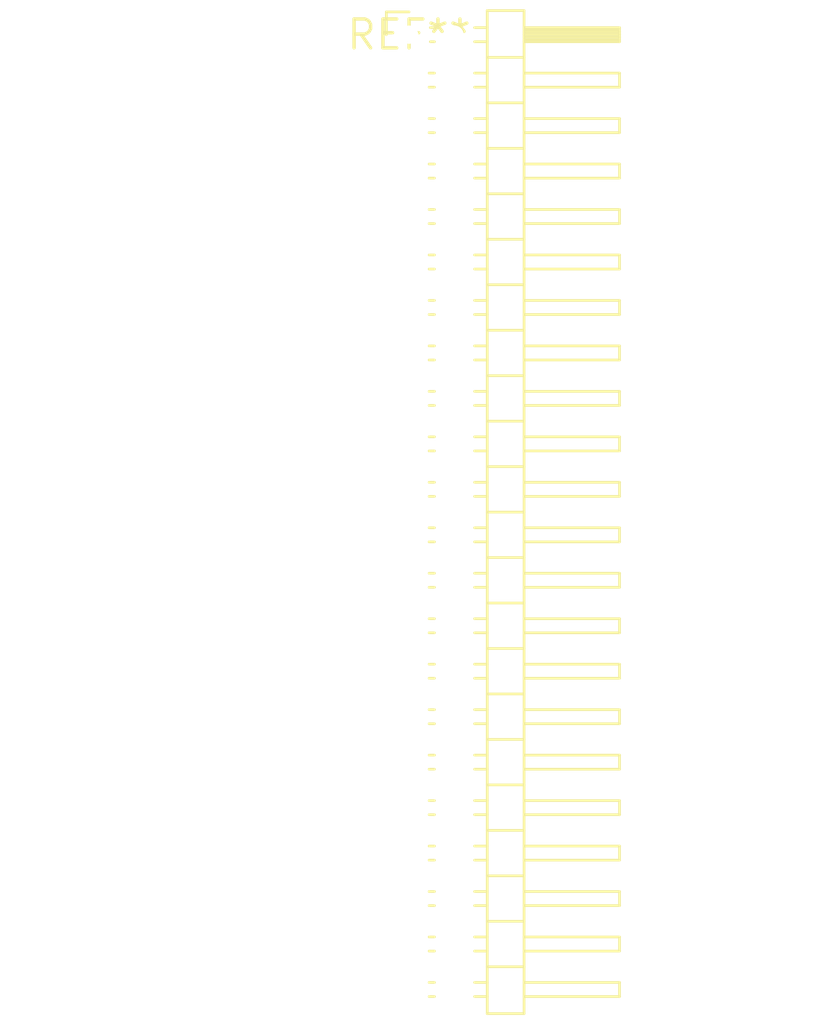
<source format=kicad_pcb>
(kicad_pcb (version 20240108) (generator pcbnew)
  (layers (0 "F.Cu" signal) (31 "B.Cu" signal) (34 "B.Paste" user) (35 "F.Paste" user) (36 "B.SilkS" user "B.Silkscreen") (37 "F.SilkS" user "F.Silkscreen") (38 "B.Mask" user) (39 "F.Mask" user) (44 "Edge.Cuts" user))
  (net 0 "")
  (footprint "PinHeader_2x22_P2.00mm_Horizontal" (layer "F.Cu") (at 0 0)
    (property "Reference" "REF**")
    (property "Value" "PinHeader_2x22_P2.00mm_Horizontal")
    (fp_line (start -1 -1) (end 0 -1) (layer "F.SilkS") (stroke (width 0.12)))
    (fp_line (start -1 0) (end -1 -1) (layer "F.SilkS") (stroke (width 0.12)))
    (fp_line (start 0.882114 1.69) (end 1.117886 1.69) (layer "F.SilkS") (stroke (width 0.12)))
    (fp_line (start 0.882114 2.31) (end 1.117886 2.31) (layer "F.SilkS") (stroke (width 0.12)))
    (fp_line (start 0.882114 3.69) (end 1.117886 3.69) (layer "F.SilkS") (stroke (width 0.12)))
    (fp_line (start 0.882114 4.31) (end 1.117886 4.31) (layer "F.SilkS") (stroke (width 0.12)))
    (fp_line (start 0.882114 5.69) (end 1.117886 5.69) (layer "F.SilkS") (stroke (width 0.12)))
    (fp_line (start 0.882114 6.31) (end 1.117886 6.31) (layer "F.SilkS") (stroke (width 0.12)))
    (fp_line (start 0.882114 7.69) (end 1.117886 7.69) (layer "F.SilkS") (stroke (width 0.12)))
    (fp_line (start 0.882114 8.31) (end 1.117886 8.31) (layer "F.SilkS") (stroke (width 0.12)))
    (fp_line (start 0.882114 9.69) (end 1.117886 9.69) (layer "F.SilkS") (stroke (width 0.12)))
    (fp_line (start 0.882114 10.31) (end 1.117886 10.31) (layer "F.SilkS") (stroke (width 0.12)))
    (fp_line (start 0.882114 11.69) (end 1.117886 11.69) (layer "F.SilkS") (stroke (width 0.12)))
    (fp_line (start 0.882114 12.31) (end 1.117886 12.31) (layer "F.SilkS") (stroke (width 0.12)))
    (fp_line (start 0.882114 13.69) (end 1.117886 13.69) (layer "F.SilkS") (stroke (width 0.12)))
    (fp_line (start 0.882114 14.31) (end 1.117886 14.31) (layer "F.SilkS") (stroke (width 0.12)))
    (fp_line (start 0.882114 15.69) (end 1.117886 15.69) (layer "F.SilkS") (stroke (width 0.12)))
    (fp_line (start 0.882114 16.31) (end 1.117886 16.31) (layer "F.SilkS") (stroke (width 0.12)))
    (fp_line (start 0.882114 17.69) (end 1.117886 17.69) (layer "F.SilkS") (stroke (width 0.12)))
    (fp_line (start 0.882114 18.31) (end 1.117886 18.31) (layer "F.SilkS") (stroke (width 0.12)))
    (fp_line (start 0.882114 19.69) (end 1.117886 19.69) (layer "F.SilkS") (stroke (width 0.12)))
    (fp_line (start 0.882114 20.31) (end 1.117886 20.31) (layer "F.SilkS") (stroke (width 0.12)))
    (fp_line (start 0.882114 21.69) (end 1.117886 21.69) (layer "F.SilkS") (stroke (width 0.12)))
    (fp_line (start 0.882114 22.31) (end 1.117886 22.31) (layer "F.SilkS") (stroke (width 0.12)))
    (fp_line (start 0.882114 23.69) (end 1.117886 23.69) (layer "F.SilkS") (stroke (width 0.12)))
    (fp_line (start 0.882114 24.31) (end 1.117886 24.31) (layer "F.SilkS") (stroke (width 0.12)))
    (fp_line (start 0.882114 25.69) (end 1.117886 25.69) (layer "F.SilkS") (stroke (width 0.12)))
    (fp_line (start 0.882114 26.31) (end 1.117886 26.31) (layer "F.SilkS") (stroke (width 0.12)))
    (fp_line (start 0.882114 27.69) (end 1.117886 27.69) (layer "F.SilkS") (stroke (width 0.12)))
    (fp_line (start 0.882114 28.31) (end 1.117886 28.31) (layer "F.SilkS") (stroke (width 0.12)))
    (fp_line (start 0.882114 29.69) (end 1.117886 29.69) (layer "F.SilkS") (stroke (width 0.12)))
    (fp_line (start 0.882114 30.31) (end 1.117886 30.31) (layer "F.SilkS") (stroke (width 0.12)))
    (fp_line (start 0.882114 31.69) (end 1.117886 31.69) (layer "F.SilkS") (stroke (width 0.12)))
    (fp_line (start 0.882114 32.31) (end 1.117886 32.31) (layer "F.SilkS") (stroke (width 0.12)))
    (fp_line (start 0.882114 33.69) (end 1.117886 33.69) (layer "F.SilkS") (stroke (width 0.12)))
    (fp_line (start 0.882114 34.31) (end 1.117886 34.31) (layer "F.SilkS") (stroke (width 0.12)))
    (fp_line (start 0.882114 35.69) (end 1.117886 35.69) (layer "F.SilkS") (stroke (width 0.12)))
    (fp_line (start 0.882114 36.31) (end 1.117886 36.31) (layer "F.SilkS") (stroke (width 0.12)))
    (fp_line (start 0.882114 37.69) (end 1.117886 37.69) (layer "F.SilkS") (stroke (width 0.12)))
    (fp_line (start 0.882114 38.31) (end 1.117886 38.31) (layer "F.SilkS") (stroke (width 0.12)))
    (fp_line (start 0.882114 39.69) (end 1.117886 39.69) (layer "F.SilkS") (stroke (width 0.12)))
    (fp_line (start 0.882114 40.31) (end 1.117886 40.31) (layer "F.SilkS") (stroke (width 0.12)))
    (fp_line (start 0.882114 41.69) (end 1.117886 41.69) (layer "F.SilkS") (stroke (width 0.12)))
    (fp_line (start 0.882114 42.31) (end 1.117886 42.31) (layer "F.SilkS") (stroke (width 0.12)))
    (fp_line (start 0.935 -0.31) (end 1.117886 -0.31) (layer "F.SilkS") (stroke (width 0.12)))
    (fp_line (start 0.935 0.31) (end 1.117886 0.31) (layer "F.SilkS") (stroke (width 0.12)))
    (fp_line (start 2.882114 -0.31) (end 3.44 -0.31) (layer "F.SilkS") (stroke (width 0.12)))
    (fp_line (start 2.882114 0.31) (end 3.44 0.31) (layer "F.SilkS") (stroke (width 0.12)))
    (fp_line (start 2.882114 1.69) (end 3.44 1.69) (layer "F.SilkS") (stroke (width 0.12)))
    (fp_line (start 2.882114 2.31) (end 3.44 2.31) (layer "F.SilkS") (stroke (width 0.12)))
    (fp_line (start 2.882114 3.69) (end 3.44 3.69) (layer "F.SilkS") (stroke (width 0.12)))
    (fp_line (start 2.882114 4.31) (end 3.44 4.31) (layer "F.SilkS") (stroke (width 0.12)))
    (fp_line (start 2.882114 5.69) (end 3.44 5.69) (layer "F.SilkS") (stroke (width 0.12)))
    (fp_line (start 2.882114 6.31) (end 3.44 6.31) (layer "F.SilkS") (stroke (width 0.12)))
    (fp_line (start 2.882114 7.69) (end 3.44 7.69) (layer "F.SilkS") (stroke (width 0.12)))
    (fp_line (start 2.882114 8.31) (end 3.44 8.31) (layer "F.SilkS") (stroke (width 0.12)))
    (fp_line (start 2.882114 9.69) (end 3.44 9.69) (layer "F.SilkS") (stroke (width 0.12)))
    (fp_line (start 2.882114 10.31) (end 3.44 10.31) (layer "F.SilkS") (stroke (width 0.12)))
    (fp_line (start 2.882114 11.69) (end 3.44 11.69) (layer "F.SilkS") (stroke (width 0.12)))
    (fp_line (start 2.882114 12.31) (end 3.44 12.31) (layer "F.SilkS") (stroke (width 0.12)))
    (fp_line (start 2.882114 13.69) (end 3.44 13.69) (layer "F.SilkS") (stroke (width 0.12)))
    (fp_line (start 2.882114 14.31) (end 3.44 14.31) (layer "F.SilkS") (stroke (width 0.12)))
    (fp_line (start 2.882114 15.69) (end 3.44 15.69) (layer "F.SilkS") (stroke (width 0.12)))
    (fp_line (start 2.882114 16.31) (end 3.44 16.31) (layer "F.SilkS") (stroke (width 0.12)))
    (fp_line (start 2.882114 17.69) (end 3.44 17.69) (layer "F.SilkS") (stroke (width 0.12)))
    (fp_line (start 2.882114 18.31) (end 3.44 18.31) (layer "F.SilkS") (stroke (width 0.12)))
    (fp_line (start 2.882114 19.69) (end 3.44 19.69) (layer "F.SilkS") (stroke (width 0.12)))
    (fp_line (start 2.882114 20.31) (end 3.44 20.31) (layer "F.SilkS") (stroke (width 0.12)))
    (fp_line (start 2.882114 21.69) (end 3.44 21.69) (layer "F.SilkS") (stroke (width 0.12)))
    (fp_line (start 2.882114 22.31) (end 3.44 22.31) (layer "F.SilkS") (stroke (width 0.12)))
    (fp_line (start 2.882114 23.69) (end 3.44 23.69) (layer "F.SilkS") (stroke (width 0.12)))
    (fp_line (start 2.882114 24.31) (end 3.44 24.31) (layer "F.SilkS") (stroke (width 0.12)))
    (fp_line (start 2.882114 25.69) (end 3.44 25.69) (layer "F.SilkS") (stroke (width 0.12)))
    (fp_line (start 2.882114 26.31) (end 3.44 26.31) (layer "F.SilkS") (stroke (width 0.12)))
    (fp_line (start 2.882114 27.69) (end 3.44 27.69) (layer "F.SilkS") (stroke (width 0.12)))
    (fp_line (start 2.882114 28.31) (end 3.44 28.31) (layer "F.SilkS") (stroke (width 0.12)))
    (fp_line (start 2.882114 29.69) (end 3.44 29.69) (layer "F.SilkS") (stroke (width 0.12)))
    (fp_line (start 2.882114 30.31) (end 3.44 30.31) (layer "F.SilkS") (stroke (width 0.12)))
    (fp_line (start 2.882114 31.69) (end 3.44 31.69) (layer "F.SilkS") (stroke (width 0.12)))
    (fp_line (start 2.882114 32.31) (end 3.44 32.31) (layer "F.SilkS") (stroke (width 0.12)))
    (fp_line (start 2.882114 33.69) (end 3.44 33.69) (layer "F.SilkS") (stroke (width 0.12)))
    (fp_line (start 2.882114 34.31) (end 3.44 34.31) (layer "F.SilkS") (stroke (width 0.12)))
    (fp_line (start 2.882114 35.69) (end 3.44 35.69) (layer "F.SilkS") (stroke (width 0.12)))
    (fp_line (start 2.882114 36.31) (end 3.44 36.31) (layer "F.SilkS") (stroke (width 0.12)))
    (fp_line (start 2.882114 37.69) (end 3.44 37.69) (layer "F.SilkS") (stroke (width 0.12)))
    (fp_line (start 2.882114 38.31) (end 3.44 38.31) (layer "F.SilkS") (stroke (width 0.12)))
    (fp_line (start 2.882114 39.69) (end 3.44 39.69) (layer "F.SilkS") (stroke (width 0.12)))
    (fp_line (start 2.882114 40.31) (end 3.44 40.31) (layer "F.SilkS") (stroke (width 0.12)))
    (fp_line (start 2.882114 41.69) (end 3.44 41.69) (layer "F.SilkS") (stroke (width 0.12)))
    (fp_line (start 2.882114 42.31) (end 3.44 42.31) (layer "F.SilkS") (stroke (width 0.12)))
    (fp_line (start 3.44 -1.06) (end 3.44 43.06) (layer "F.SilkS") (stroke (width 0.12)))
    (fp_line (start 3.44 1) (end 5.06 1) (layer "F.SilkS") (stroke (width 0.12)))
    (fp_line (start 3.44 3) (end 5.06 3) (layer "F.SilkS") (stroke (width 0.12)))
    (fp_line (start 3.44 5) (end 5.06 5) (layer "F.SilkS") (stroke (width 0.12)))
    (fp_line (start 3.44 7) (end 5.06 7) (layer "F.SilkS") (stroke (width 0.12)))
    (fp_line (start 3.44 9) (end 5.06 9) (layer "F.SilkS") (stroke (width 0.12)))
    (fp_line (start 3.44 11) (end 5.06 11) (layer "F.SilkS") (stroke (width 0.12)))
    (fp_line (start 3.44 13) (end 5.06 13) (layer "F.SilkS") (stroke (width 0.12)))
    (fp_line (start 3.44 15) (end 5.06 15) (layer "F.SilkS") (stroke (width 0.12)))
    (fp_line (start 3.44 17) (end 5.06 17) (layer "F.SilkS") (stroke (width 0.12)))
    (fp_line (start 3.44 19) (end 5.06 19) (layer "F.SilkS") (stroke (width 0.12)))
    (fp_line (start 3.44 21) (end 5.06 21) (layer "F.SilkS") (stroke (width 0.12)))
    (fp_line (start 3.44 23) (end 5.06 23) (layer "F.SilkS") (stroke (width 0.12)))
    (fp_line (start 3.44 25) (end 5.06 25) (layer "F.SilkS") (stroke (width 0.12)))
    (fp_line (start 3.44 27) (end 5.06 27) (layer "F.SilkS") (stroke (width 0.12)))
    (fp_line (start 3.44 29) (end 5.06 29) (layer "F.SilkS") (stroke (width 0.12)))
    (fp_line (start 3.44 31) (end 5.06 31) (layer "F.SilkS") (stroke (width 0.12)))
    (fp_line (start 3.44 33) (end 5.06 33) (layer "F.SilkS") (stroke (width 0.12)))
    (fp_line (start 3.44 35) (end 5.06 35) (layer "F.SilkS") (stroke (width 0.12)))
    (fp_line (start 3.44 37) (end 5.06 37) (layer "F.SilkS") (stroke (width 0.12)))
    (fp_line (start 3.44 39) (end 5.06 39) (layer "F.SilkS") (stroke (width 0.12)))
    (fp_line (start 3.44 41) (end 5.06 41) (layer "F.SilkS") (stroke (width 0.12)))
    (fp_line (start 3.44 43.06) (end 5.06 43.06) (layer "F.SilkS") (stroke (width 0.12)))
    (fp_line (start 5.06 -1.06) (end 3.44 -1.06) (layer "F.SilkS") (stroke (width 0.12)))
    (fp_line (start 5.06 -0.31) (end 9.26 -0.31) (layer "F.SilkS") (stroke (width 0.12)))
    (fp_line (start 5.06 -0.25) (end 9.26 -0.25) (layer "F.SilkS") (stroke (width 0.12)))
    (fp_line (start 5.06 -0.13) (end 9.26 -0.13) (layer "F.SilkS") (stroke (width 0.12)))
    (fp_line (start 5.06 -0.01) (end 9.26 -0.01) (layer "F.SilkS") (stroke (width 0.12)))
    (fp_line (start 5.06 0.11) (end 9.26 0.11) (layer "F.SilkS") (stroke (width 0.12)))
    (fp_line (start 5.06 0.23) (end 9.26 0.23) (layer "F.SilkS") (stroke (width 0.12)))
    (fp_line (start 5.06 1.69) (end 9.26 1.69) (layer "F.SilkS") (stroke (width 0.12)))
    (fp_line (start 5.06 3.69) (end 9.26 3.69) (layer "F.SilkS") (stroke (width 0.12)))
    (fp_line (start 5.06 5.69) (end 9.26 5.69) (layer "F.SilkS") (stroke (width 0.12)))
    (fp_line (start 5.06 7.69) (end 9.26 7.69) (layer "F.SilkS") (stroke (width 0.12)))
    (fp_line (start 5.06 9.69) (end 9.26 9.69) (layer "F.SilkS") (stroke (width 0.12)))
    (fp_line (start 5.06 11.69) (end 9.26 11.69) (layer "F.SilkS") (stroke (width 0.12)))
    (fp_line (start 5.06 13.69) (end 9.26 13.69) (layer "F.SilkS") (stroke (width 0.12)))
    (fp_line (start 5.06 15.69) (end 9.26 15.69) (layer "F.SilkS") (stroke (width 0.12)))
    (fp_line (start 5.06 17.69) (end 9.26 17.69) (layer "F.SilkS") (stroke (width 0.12)))
    (fp_line (start 5.06 19.69) (end 9.26 19.69) (layer "F.SilkS") (stroke (width 0.12)))
    (fp_line (start 5.06 21.69) (end 9.26 21.69) (layer "F.SilkS") (stroke (width 0.12)))
    (fp_line (start 5.06 23.69) (end 9.26 23.69) (layer "F.SilkS") (stroke (width 0.12)))
    (fp_line (start 5.06 25.69) (end 9.26 25.69) (layer "F.SilkS") (stroke (width 0.12)))
    (fp_line (start 5.06 27.69) (end 9.26 27.69) (layer "F.SilkS") (stroke (width 0.12)))
    (fp_line (start 5.06 29.69) (end 9.26 29.69) (layer "F.SilkS") (stroke (width 0.12)))
    (fp_line (start 5.06 31.69) (end 9.26 31.69) (layer "F.SilkS") (stroke (width 0.12)))
    (fp_line (start 5.06 33.69) (end 9.26 33.69) (layer "F.SilkS") (stroke (width 0.12)))
    (fp_line (start 5.06 35.69) (end 9.26 35.69) (layer "F.SilkS") (stroke (width 0.12)))
    (fp_line (start 5.06 37.69) (end 9.26 37.69) (layer "F.SilkS") (stroke (width 0.12)))
    (fp_line (start 5.06 39.69) (end 9.26 39.69) (layer "F.SilkS") (stroke (width 0.12)))
    (fp_line (start 5.06 41.69) (end 9.26 41.69) (layer "F.SilkS") (stroke (width 0.12)))
    (fp_line (start 5.06 43.06) (end 5.06 -1.06) (layer "F.SilkS") (stroke (width 0.12)))
    (fp_line (start 9.26 -0.31) (end 9.26 0.31) (layer "F.SilkS") (stroke (width 0.12)))
    (fp_line (start 9.26 0.31) (end 5.06 0.31) (layer "F.SilkS") (stroke (width 0.12)))
    (fp_line (start 9.26 1.69) (end 9.26 2.31) (layer "F.SilkS") (stroke (width 0.12)))
    (fp_line (start 9.26 2.31) (end 5.06 2.31) (layer "F.SilkS") (stroke (width 0.12)))
    (fp_line (start 9.26 3.69) (end 9.26 4.31) (layer "F.SilkS") (stroke (width 0.12)))
    (fp_line (start 9.26 4.31) (end 5.06 4.31) (layer "F.SilkS") (stroke (width 0.12)))
    (fp_line (start 9.26 5.69) (end 9.26 6.31) (layer "F.SilkS") (stroke (width 0.12)))
    (fp_line (start 9.26 6.31) (end 5.06 6.31) (layer "F.SilkS") (stroke (width 0.12)))
    (fp_line (start 9.26 7.69) (end 9.26 8.31) (layer "F.SilkS") (stroke (width 0.12)))
    (fp_line (start 9.26 8.31) (end 5.06 8.31) (layer "F.SilkS") (stroke (width 0.12)))
    (fp_line (start 9.26 9.69) (end 9.26 10.31) (layer "F.SilkS") (stroke (width 0.12)))
    (fp_line (start 9.26 10.31) (end 5.06 10.31) (layer "F.SilkS") (stroke (width 0.12)))
    (fp_line (start 9.26 11.69) (end 9.26 12.31) (layer "F.SilkS") (stroke (width 0.12)))
    (fp_line (start 9.26 12.31) (end 5.06 12.31) (layer "F.SilkS") (stroke (width 0.12)))
    (fp_line (start 9.26 13.69) (end 9.26 14.31) (layer "F.SilkS") (stroke (width 0.12)))
    (fp_line (start 9.26 14.31) (end 5.06 14.31) (layer "F.SilkS") (stroke (width 0.12)))
    (fp_line (start 9.26 15.69) (end 9.26 16.31) (layer "F.SilkS") (stroke (width 0.12)))
    (fp_line (start 9.26 16.31) (end 5.06 16.31) (layer "F.SilkS") (stroke (width 0.12)))
    (fp_line (start 9.26 17.69) (end 9.26 18.31) (layer "F.SilkS") (stroke (width 0.12)))
    (fp_line (start 9.26 18.31) (end 5.06 18.31) (layer "F.SilkS") (stroke (width 0.12)))
    (fp_line (start 9.26 19.69) (end 9.26 20.31) (layer "F.SilkS") (stroke (width 0.12)))
    (fp_line (start 9.26 20.31) (end 5.06 20.31) (layer "F.SilkS") (stroke (width 0.12)))
    (fp_line (start 9.26 21.69) (end 9.26 22.31) (layer "F.SilkS") (stroke (width 0.12)))
    (fp_line (start 9.26 22.31) (end 5.06 22.31) (layer "F.SilkS") (stroke (width 0.12)))
    (fp_line (start 9.26 23.69) (end 9.26 24.31) (layer "F.SilkS") (stroke (width 0.12)))
    (fp_line (start 9.26 24.31) (end 5.06 24.31) (layer "F.SilkS") (stroke (width 0.12)))
    (fp_line (start 9.26 25.69) (end 9.26 26.31) (layer "F.SilkS") (stroke (width 0.12)))
    (fp_line (start 9.26 26.31) (end 5.06 26.31) (layer "F.SilkS") (stroke (width 0.12)))
    (fp_line (start 9.26 27.69) (end 9.26 28.31) (layer "F.SilkS") (stroke (width 0.12)))
    (fp_line (start 9.26 28.31) (end 5.06 28.31) (layer "F.SilkS") (stroke (width 0.12)))
    (fp_line (start 9.26 29.69) (end 9.26 30.31) (layer "F.SilkS") (stroke (width 0.12)))
    (fp_line (start 9.26 30.31) (end 5.06 30.31) (layer "F.SilkS") (stroke (width 0.12)))
    (fp_line (start 9.26 31.69) (end 9.26 32.31) (layer "F.SilkS") (stroke (width 0.12)))
    (fp_line (start 9.26 32.31) (end 5.06 32.31) (layer "F.SilkS") (stroke (width 0.12)))
    (fp_line (start 9.26 33.69) (end 9.26 34.31) (layer "F.SilkS") (stroke (width 0.12)))
    (fp_line (start 9.26 34.31) (end 5.06 34.31) (layer "F.SilkS") (stroke (width 0.12)))
    (fp_line (start 9.26 35.69) (end 9.26 36.31) (layer "F.SilkS") (stroke (width 0.12)))
    (fp_line (start 9.26 36.31) (end 5.06 36.31) (layer "F.SilkS") (stroke (width 0.12)))
    (fp_line (start 9.26 37.69) (end 9.26 38.31) (layer "F.SilkS") (stroke (width 0.12)))
    (fp_line (start 9.26 38.31) (end 5.06 38.31) (layer "F.SilkS") (stroke (width 0.12)))
    (fp_line (start 9.26 39.69) (end 9.26 40.31) (layer "F.SilkS") (stroke (width 0.12)))
    (fp_line (start 9.26 40.31) (end 5.06 40.31) (layer "F.SilkS") (stroke (width 0.12)))
    (fp_line (start 9.26 41.69) (end 9.26 42.31) (layer "F.SilkS") (stroke (width 0.12)))
    (fp_line (start 9.26 42.31) (end 5.06 42.31) (layer "F.SilkS") (stroke (width 0.12)))
    (pad "1" thru_hole rect (at 0 0) (size 1.35 1.35) (drill 0.8) (layers *.Cu *.Mask) (remove_unused_layers))
    (pad "2" thru_hole oval (at 2 0) (size 1.35 1.35) (drill 0.8) (layers *.Cu *.Mask) (remove_unused_layers))
    (pad "3" thru_hole oval (at 0 2) (size 1.35 1.35) (drill 0.8) (layers *.Cu *.Mask) (remove_unused_layers))
    (pad "4" thru_hole oval (at 2 2) (size 1.35 1.35) (drill 0.8) (layers *.Cu *.Mask) (remove_unused_layers))
    (pad "5" thru_hole oval (at 0 4) (size 1.35 1.35) (drill 0.8) (layers *.Cu *.Mask) (remove_unused_layers))
    (pad "6" thru_hole oval (at 2 4) (size 1.35 1.35) (drill 0.8) (layers *.Cu *.Mask) (remove_unused_layers))
    (pad "7" thru_hole oval (at 0 6) (size 1.35 1.35) (drill 0.8) (layers *.Cu *.Mask) (remove_unused_layers))
    (pad "8" thru_hole oval (at 2 6) (size 1.35 1.35) (drill 0.8) (layers *.Cu *.Mask) (remove_unused_layers))
    (pad "9" thru_hole oval (at 0 8) (size 1.35 1.35) (drill 0.8) (layers *.Cu *.Mask) (remove_unused_layers))
    (pad "10" thru_hole oval (at 2 8) (size 1.35 1.35) (drill 0.8) (layers *.Cu *.Mask) (remove_unused_layers))
    (pad "11" thru_hole oval (at 0 10) (size 1.35 1.35) (drill 0.8) (layers *.Cu *.Mask) (remove_unused_layers))
    (pad "12" thru_hole oval (at 2 10) (size 1.35 1.35) (drill 0.8) (layers *.Cu *.Mask) (remove_unused_layers))
    (pad "13" thru_hole oval (at 0 12) (size 1.35 1.35) (drill 0.8) (layers *.Cu *.Mask) (remove_unused_layers))
    (pad "14" thru_hole oval (at 2 12) (size 1.35 1.35) (drill 0.8) (layers *.Cu *.Mask) (remove_unused_layers))
    (pad "15" thru_hole oval (at 0 14) (size 1.35 1.35) (drill 0.8) (layers *.Cu *.Mask) (remove_unused_layers))
    (pad "16" thru_hole oval (at 2 14) (size 1.35 1.35) (drill 0.8) (layers *.Cu *.Mask) (remove_unused_layers))
    (pad "17" thru_hole oval (at 0 16) (size 1.35 1.35) (drill 0.8) (layers *.Cu *.Mask) (remove_unused_layers))
    (pad "18" thru_hole oval (at 2 16) (size 1.35 1.35) (drill 0.8) (layers *.Cu *.Mask) (remove_unused_layers))
    (pad "19" thru_hole oval (at 0 18) (size 1.35 1.35) (drill 0.8) (layers *.Cu *.Mask) (remove_unused_layers))
    (pad "20" thru_hole oval (at 2 18) (size 1.35 1.35) (drill 0.8) (layers *.Cu *.Mask) (remove_unused_layers))
    (pad "21" thru_hole oval (at 0 20) (size 1.35 1.35) (drill 0.8) (layers *.Cu *.Mask) (remove_unused_layers))
    (pad "22" thru_hole oval (at 2 20) (size 1.35 1.35) (drill 0.8) (layers *.Cu *.Mask) (remove_unused_layers))
    (pad "23" thru_hole oval (at 0 22) (size 1.35 1.35) (drill 0.8) (layers *.Cu *.Mask) (remove_unused_layers))
    (pad "24" thru_hole oval (at 2 22) (size 1.35 1.35) (drill 0.8) (layers *.Cu *.Mask) (remove_unused_layers))
    (pad "25" thru_hole oval (at 0 24) (size 1.35 1.35) (drill 0.8) (layers *.Cu *.Mask) (remove_unused_layers))
    (pad "26" thru_hole oval (at 2 24) (size 1.35 1.35) (drill 0.8) (layers *.Cu *.Mask) (remove_unused_layers))
    (pad "27" thru_hole oval (at 0 26) (size 1.35 1.35) (drill 0.8) (layers *.Cu *.Mask) (remove_unused_layers))
    (pad "28" thru_hole oval (at 2 26) (size 1.35 1.35) (drill 0.8) (layers *.Cu *.Mask) (remove_unused_layers))
    (pad "29" thru_hole oval (at 0 28) (size 1.35 1.35) (drill 0.8) (layers *.Cu *.Mask) (remove_unused_layers))
    (pad "30" thru_hole oval (at 2 28) (size 1.35 1.35) (drill 0.8) (layers *.Cu *.Mask) (remove_unused_layers))
    (pad "31" thru_hole oval (at 0 30) (size 1.35 1.35) (drill 0.8) (layers *.Cu *.Mask) (remove_unused_layers))
    (pad "32" thru_hole oval (at 2 30) (size 1.35 1.35) (drill 0.8) (layers *.Cu *.Mask) (remove_unused_layers))
    (pad "33" thru_hole oval (at 0 32) (size 1.35 1.35) (drill 0.8) (layers *.Cu *.Mask) (remove_unused_layers))
    (pad "34" thru_hole oval (at 2 32) (size 1.35 1.35) (drill 0.8) (layers *.Cu *.Mask) (remove_unused_layers))
    (pad "35" thru_hole oval (at 0 34) (size 1.35 1.35) (drill 0.8) (layers *.Cu *.Mask) (remove_unused_layers))
    (pad "36" thru_hole oval (at 2 34) (size 1.35 1.35) (drill 0.8) (layers *.Cu *.Mask) (remove_unused_layers))
    (pad "37" thru_hole oval (at 0 36) (size 1.35 1.35) (drill 0.8) (layers *.Cu *.Mask) (remove_unused_layers))
    (pad "38" thru_hole oval (at 2 36) (size 1.35 1.35) (drill 0.8) (layers *.Cu *.Mask) (remove_unused_layers))
    (pad "39" thru_hole oval (at 0 38) (size 1.35 1.35) (drill 0.8) (layers *.Cu *.Mask) (remove_unused_layers))
    (pad "40" thru_hole oval (at 2 38) (size 1.35 1.35) (drill 0.8) (layers *.Cu *.Mask) (remove_unused_layers))
    (pad "41" thru_hole oval (at 0 40) (size 1.35 1.35) (drill 0.8) (layers *.Cu *.Mask) (remove_unused_layers))
    (pad "42" thru_hole oval (at 2 40) (size 1.35 1.35) (drill 0.8) (layers *.Cu *.Mask) (remove_unused_layers))
    (pad "43" thru_hole oval (at 0 42) (size 1.35 1.35) (drill 0.8) (layers *.Cu *.Mask) (remove_unused_layers))
    (pad "44" thru_hole oval (at 2 42) (size 1.35 1.35) (drill 0.8) (layers *.Cu *.Mask) (remove_unused_layers))
  )
)
</source>
